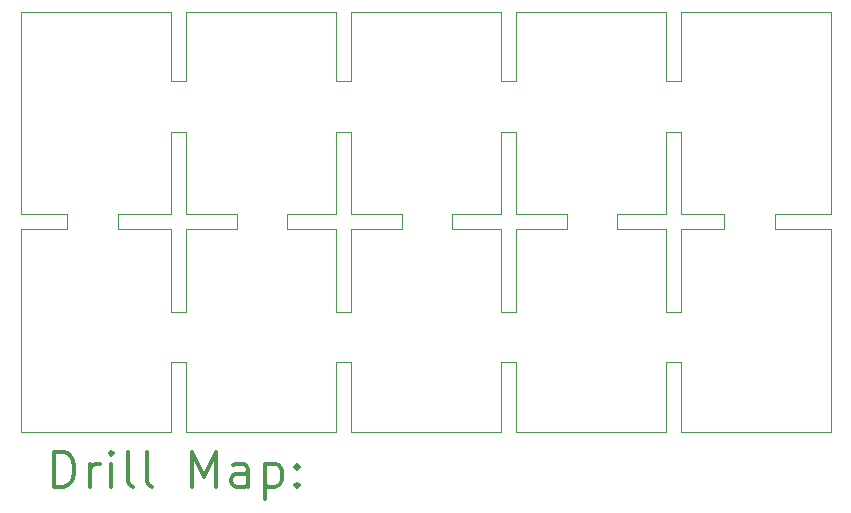
<source format=gbr>
%FSLAX45Y45*%
G04 Gerber Fmt 4.5, Leading zero omitted, Abs format (unit mm)*
G04 Created by KiCad (PCBNEW (5.1.10)-1) date 2022-10-12 21:43:41*
%MOMM*%
%LPD*%
G01*
G04 APERTURE LIST*
%TA.AperFunction,Profile*%
%ADD10C,0.050000*%
%TD*%
%ADD11C,0.200000*%
%ADD12C,0.300000*%
G04 APERTURE END LIST*
D10*
X17399000Y-9461500D02*
X16991000Y-9461500D01*
X17399000Y-10160000D02*
X17399000Y-9461500D01*
X17526000Y-10160000D02*
X17399000Y-10160000D01*
X17526000Y-9461500D02*
X17526000Y-10160000D01*
X17895900Y-9461500D02*
X17526000Y-9461500D01*
X17895900Y-9334500D02*
X17895900Y-9461500D01*
X17526000Y-9334500D02*
X17895900Y-9334500D01*
X17526000Y-8636000D02*
X17526000Y-9334500D01*
X17399000Y-8636000D02*
X17526000Y-8636000D01*
X17399000Y-9334500D02*
X17399000Y-8636000D01*
X16991000Y-9334500D02*
X17399000Y-9334500D01*
X16991000Y-9461500D02*
X16991000Y-9334500D01*
X16002000Y-9461500D02*
X15594000Y-9461500D01*
X16002000Y-10160000D02*
X16002000Y-9461500D01*
X16129000Y-10160000D02*
X16002000Y-10160000D01*
X16129000Y-9461500D02*
X16129000Y-10160000D01*
X16564000Y-9461500D02*
X16129000Y-9461500D01*
X16564000Y-9334500D02*
X16564000Y-9461500D01*
X16129000Y-9334500D02*
X16564000Y-9334500D01*
X16129000Y-8636000D02*
X16129000Y-9334500D01*
X16002000Y-8636000D02*
X16129000Y-8636000D01*
X16002000Y-9334500D02*
X16002000Y-8636000D01*
X15594000Y-9334500D02*
X16002000Y-9334500D01*
X15594000Y-9461500D02*
X15594000Y-9334500D01*
X14605000Y-9461500D02*
X14197000Y-9461500D01*
X14605000Y-10160000D02*
X14605000Y-9461500D01*
X14732000Y-10160000D02*
X14605000Y-10160000D01*
X14732000Y-9461500D02*
X14732000Y-10160000D01*
X15167000Y-9461500D02*
X14732000Y-9461500D01*
X15167000Y-9334500D02*
X15167000Y-9461500D01*
X14732000Y-9334500D02*
X15167000Y-9334500D01*
X14732000Y-8636000D02*
X14732000Y-9334500D01*
X14605000Y-8636000D02*
X14732000Y-8636000D01*
X14605000Y-9334500D02*
X14605000Y-8636000D01*
X14197000Y-9334500D02*
X14605000Y-9334500D01*
X14197000Y-9334500D02*
X14197000Y-9461500D01*
X13208000Y-9461500D02*
X12761900Y-9461500D01*
X13208000Y-10160000D02*
X13208000Y-9461500D01*
X13335000Y-10160000D02*
X13208000Y-10160000D01*
X13335000Y-9461500D02*
X13335000Y-10160000D01*
X13770000Y-9461500D02*
X13335000Y-9461500D01*
X13770000Y-9334500D02*
X13770000Y-9461500D01*
X13335000Y-9334500D02*
X13770000Y-9334500D01*
X13335000Y-8636000D02*
X13335000Y-9334500D01*
X13208000Y-8636000D02*
X13335000Y-8636000D01*
X13208000Y-9334500D02*
X13208000Y-8636000D01*
X12761900Y-9334500D02*
X13208000Y-9334500D01*
X12761900Y-9461500D02*
X12761900Y-9334500D01*
X12334900Y-9461500D02*
X12334900Y-9334500D01*
X11938000Y-9461500D02*
X12334900Y-9461500D01*
X11938000Y-9334500D02*
X12334900Y-9334500D01*
X11938000Y-7620000D02*
X11938000Y-9334500D01*
X11938000Y-9563100D02*
X11938000Y-9461500D01*
X11938000Y-11176000D02*
X11938000Y-9563100D01*
X13208000Y-11176000D02*
X11938000Y-11176000D01*
X13208000Y-10587000D02*
X13208000Y-11176000D01*
X13335000Y-10587000D02*
X13208000Y-10587000D01*
X13335000Y-11176000D02*
X13335000Y-10587000D01*
X14605000Y-11176000D02*
X13335000Y-11176000D01*
X14605000Y-10587000D02*
X14605000Y-11176000D01*
X14732000Y-10587000D02*
X14605000Y-10587000D01*
X14732000Y-11176000D02*
X14732000Y-10587000D01*
X16002000Y-11176000D02*
X14732000Y-11176000D01*
X16002000Y-10587000D02*
X16002000Y-11176000D01*
X16129000Y-10587000D02*
X16002000Y-10587000D01*
X16129000Y-11176000D02*
X16129000Y-10587000D01*
X17399000Y-11176000D02*
X16129000Y-11176000D01*
X17399000Y-11163300D02*
X17399000Y-11176000D01*
X17399000Y-10587000D02*
X17399000Y-11163300D01*
X17526000Y-10587000D02*
X17399000Y-10587000D01*
X17526000Y-11176000D02*
X17526000Y-10587000D01*
X18796000Y-11176000D02*
X17526000Y-11176000D01*
X18322900Y-9334500D02*
X18796000Y-9334500D01*
X18322900Y-9461500D02*
X18322900Y-9334500D01*
X18796000Y-9461500D02*
X18322900Y-9461500D01*
X18796000Y-9563100D02*
X18796000Y-9461500D01*
X18796000Y-9245600D02*
X18796000Y-9334500D01*
X18796000Y-11176000D02*
X18796000Y-9563100D01*
X18796000Y-7620000D02*
X18796000Y-9245600D01*
X17526000Y-7620000D02*
X18796000Y-7620000D01*
X17526000Y-8209000D02*
X17526000Y-7620000D01*
X17399000Y-8209000D02*
X17526000Y-8209000D01*
X17399000Y-7620000D02*
X17399000Y-8209000D01*
X16129000Y-7620000D02*
X17399000Y-7620000D01*
X16129000Y-8209000D02*
X16129000Y-7620000D01*
X16002000Y-8209000D02*
X16129000Y-8209000D01*
X16002000Y-7620000D02*
X16002000Y-8209000D01*
X14732000Y-7620000D02*
X16002000Y-7620000D01*
X14732000Y-8209000D02*
X14732000Y-7620000D01*
X14605000Y-8209000D02*
X14732000Y-8209000D01*
X14605000Y-7620000D02*
X14605000Y-8209000D01*
X13335000Y-7620000D02*
X14605000Y-7620000D01*
X13335000Y-8209000D02*
X13335000Y-7620000D01*
X13208000Y-8209000D02*
X13335000Y-8209000D01*
X13208000Y-7620000D02*
X13208000Y-8209000D01*
X11938000Y-7620000D02*
X13208000Y-7620000D01*
D11*
D12*
X12221928Y-11644214D02*
X12221928Y-11344214D01*
X12293357Y-11344214D01*
X12336214Y-11358500D01*
X12364786Y-11387071D01*
X12379071Y-11415643D01*
X12393357Y-11472786D01*
X12393357Y-11515643D01*
X12379071Y-11572786D01*
X12364786Y-11601357D01*
X12336214Y-11629929D01*
X12293357Y-11644214D01*
X12221928Y-11644214D01*
X12521928Y-11644214D02*
X12521928Y-11444214D01*
X12521928Y-11501357D02*
X12536214Y-11472786D01*
X12550500Y-11458500D01*
X12579071Y-11444214D01*
X12607643Y-11444214D01*
X12707643Y-11644214D02*
X12707643Y-11444214D01*
X12707643Y-11344214D02*
X12693357Y-11358500D01*
X12707643Y-11372786D01*
X12721928Y-11358500D01*
X12707643Y-11344214D01*
X12707643Y-11372786D01*
X12893357Y-11644214D02*
X12864786Y-11629929D01*
X12850500Y-11601357D01*
X12850500Y-11344214D01*
X13050500Y-11644214D02*
X13021928Y-11629929D01*
X13007643Y-11601357D01*
X13007643Y-11344214D01*
X13393357Y-11644214D02*
X13393357Y-11344214D01*
X13493357Y-11558500D01*
X13593357Y-11344214D01*
X13593357Y-11644214D01*
X13864786Y-11644214D02*
X13864786Y-11487071D01*
X13850500Y-11458500D01*
X13821928Y-11444214D01*
X13764786Y-11444214D01*
X13736214Y-11458500D01*
X13864786Y-11629929D02*
X13836214Y-11644214D01*
X13764786Y-11644214D01*
X13736214Y-11629929D01*
X13721928Y-11601357D01*
X13721928Y-11572786D01*
X13736214Y-11544214D01*
X13764786Y-11529929D01*
X13836214Y-11529929D01*
X13864786Y-11515643D01*
X14007643Y-11444214D02*
X14007643Y-11744214D01*
X14007643Y-11458500D02*
X14036214Y-11444214D01*
X14093357Y-11444214D01*
X14121928Y-11458500D01*
X14136214Y-11472786D01*
X14150500Y-11501357D01*
X14150500Y-11587071D01*
X14136214Y-11615643D01*
X14121928Y-11629929D01*
X14093357Y-11644214D01*
X14036214Y-11644214D01*
X14007643Y-11629929D01*
X14279071Y-11615643D02*
X14293357Y-11629929D01*
X14279071Y-11644214D01*
X14264786Y-11629929D01*
X14279071Y-11615643D01*
X14279071Y-11644214D01*
X14279071Y-11458500D02*
X14293357Y-11472786D01*
X14279071Y-11487071D01*
X14264786Y-11472786D01*
X14279071Y-11458500D01*
X14279071Y-11487071D01*
M02*

</source>
